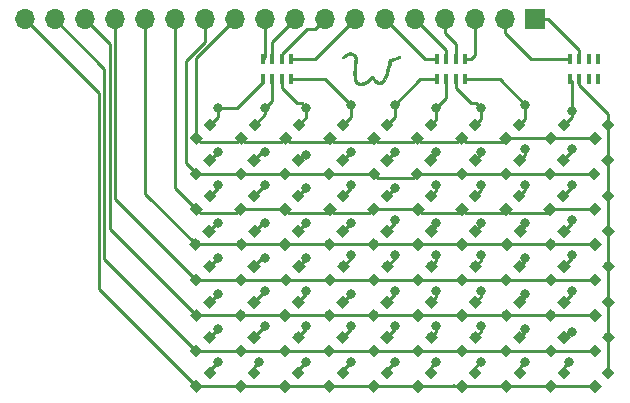
<source format=gbr>
G04 #@! TF.GenerationSoftware,KiCad,Pcbnew,5.1.0*
G04 #@! TF.CreationDate,2019-04-23T22:24:47-05:00*
G04 #@! TF.ProjectId,LedMatrix,4c65644d-6174-4726-9978-2e6b69636164,rev?*
G04 #@! TF.SameCoordinates,Original*
G04 #@! TF.FileFunction,Copper,L1,Top*
G04 #@! TF.FilePolarity,Positive*
%FSLAX46Y46*%
G04 Gerber Fmt 4.6, Leading zero omitted, Abs format (unit mm)*
G04 Created by KiCad (PCBNEW 5.1.0) date 2019-04-23 22:24:47*
%MOMM*%
%LPD*%
G04 APERTURE LIST*
%ADD10C,0.010000*%
%ADD11R,1.700000X1.700000*%
%ADD12O,1.700000X1.700000*%
%ADD13R,0.400000X0.900000*%
%ADD14C,0.800000*%
%ADD15C,0.100000*%
%ADD16C,0.250000*%
G04 APERTURE END LIST*
D10*
G36*
X117119413Y-48579101D02*
G01*
X117302476Y-48671441D01*
X117438408Y-48805243D01*
X117445789Y-48816445D01*
X117484296Y-48886560D01*
X117505787Y-48961161D01*
X117512260Y-49061906D01*
X117505713Y-49210454D01*
X117494912Y-49349000D01*
X117481318Y-49557176D01*
X117470127Y-49815106D01*
X117462606Y-50087886D01*
X117460038Y-50309064D01*
X117460779Y-50541042D01*
X117465613Y-50705025D01*
X117476695Y-50817664D01*
X117496180Y-50895610D01*
X117526225Y-50955512D01*
X117547732Y-50986397D01*
X117633602Y-51071274D01*
X117747178Y-51111004D01*
X117820016Y-51119227D01*
X118067890Y-51100096D01*
X118295719Y-51002890D01*
X118509344Y-50824818D01*
X118564224Y-50763825D01*
X118668892Y-50650241D01*
X118759066Y-50568178D01*
X118816141Y-50534453D01*
X118818112Y-50534334D01*
X118873755Y-50567452D01*
X118947182Y-50651096D01*
X118979505Y-50698393D01*
X119126869Y-50889127D01*
X119276913Y-51003226D01*
X119424284Y-51039020D01*
X119563631Y-50994837D01*
X119657971Y-50910223D01*
X119738653Y-50801415D01*
X119808934Y-50673458D01*
X119876082Y-50509221D01*
X119947364Y-50291574D01*
X120005985Y-50089834D01*
X120065450Y-49879010D01*
X120127683Y-49659557D01*
X120181333Y-49471471D01*
X120192246Y-49433442D01*
X120271416Y-49158050D01*
X120699565Y-48994582D01*
X120917567Y-48915972D01*
X121065998Y-48873703D01*
X121151001Y-48866227D01*
X121172145Y-48875545D01*
X121202677Y-48934474D01*
X121169740Y-48994145D01*
X121067286Y-49059634D01*
X120889270Y-49136021D01*
X120839887Y-49154600D01*
X120680263Y-49216840D01*
X120549296Y-49273866D01*
X120469270Y-49315783D01*
X120458527Y-49323933D01*
X120430315Y-49380037D01*
X120386526Y-49501746D01*
X120332553Y-49672637D01*
X120273790Y-49876288D01*
X120257251Y-49936804D01*
X120146737Y-50318610D01*
X120040651Y-50623568D01*
X119934846Y-50859062D01*
X119825173Y-51032475D01*
X119707485Y-51151190D01*
X119577635Y-51222591D01*
X119526069Y-51238398D01*
X119352379Y-51241191D01*
X119168574Y-51174646D01*
X118996259Y-51047924D01*
X118942569Y-50990944D01*
X118791511Y-50814467D01*
X118621542Y-50991355D01*
X118437034Y-51157866D01*
X118253712Y-51260737D01*
X118040918Y-51314778D01*
X117926413Y-51327186D01*
X117768971Y-51333485D01*
X117659906Y-51317957D01*
X117564244Y-51273620D01*
X117522334Y-51246552D01*
X117394087Y-51118677D01*
X117302698Y-50931493D01*
X117247655Y-50681317D01*
X117228449Y-50364461D01*
X117244569Y-49977242D01*
X117289182Y-49563076D01*
X117317945Y-49311873D01*
X117325189Y-49128459D01*
X117307137Y-48997833D01*
X117260009Y-48904997D01*
X117180027Y-48834951D01*
X117093702Y-48787122D01*
X116948658Y-48742101D01*
X116810297Y-48760585D01*
X116662541Y-48847350D01*
X116546579Y-48949650D01*
X116451116Y-49035110D01*
X116388509Y-49065811D01*
X116336292Y-49051090D01*
X116323527Y-49042361D01*
X116276073Y-48997661D01*
X116282352Y-48948669D01*
X116320525Y-48889482D01*
X116429960Y-48776072D01*
X116582501Y-48669287D01*
X116747405Y-48586782D01*
X116893928Y-48546212D01*
X116920974Y-48544667D01*
X117119413Y-48579101D01*
X117119413Y-48579101D01*
G37*
X117119413Y-48579101D02*
X117302476Y-48671441D01*
X117438408Y-48805243D01*
X117445789Y-48816445D01*
X117484296Y-48886560D01*
X117505787Y-48961161D01*
X117512260Y-49061906D01*
X117505713Y-49210454D01*
X117494912Y-49349000D01*
X117481318Y-49557176D01*
X117470127Y-49815106D01*
X117462606Y-50087886D01*
X117460038Y-50309064D01*
X117460779Y-50541042D01*
X117465613Y-50705025D01*
X117476695Y-50817664D01*
X117496180Y-50895610D01*
X117526225Y-50955512D01*
X117547732Y-50986397D01*
X117633602Y-51071274D01*
X117747178Y-51111004D01*
X117820016Y-51119227D01*
X118067890Y-51100096D01*
X118295719Y-51002890D01*
X118509344Y-50824818D01*
X118564224Y-50763825D01*
X118668892Y-50650241D01*
X118759066Y-50568178D01*
X118816141Y-50534453D01*
X118818112Y-50534334D01*
X118873755Y-50567452D01*
X118947182Y-50651096D01*
X118979505Y-50698393D01*
X119126869Y-50889127D01*
X119276913Y-51003226D01*
X119424284Y-51039020D01*
X119563631Y-50994837D01*
X119657971Y-50910223D01*
X119738653Y-50801415D01*
X119808934Y-50673458D01*
X119876082Y-50509221D01*
X119947364Y-50291574D01*
X120005985Y-50089834D01*
X120065450Y-49879010D01*
X120127683Y-49659557D01*
X120181333Y-49471471D01*
X120192246Y-49433442D01*
X120271416Y-49158050D01*
X120699565Y-48994582D01*
X120917567Y-48915972D01*
X121065998Y-48873703D01*
X121151001Y-48866227D01*
X121172145Y-48875545D01*
X121202677Y-48934474D01*
X121169740Y-48994145D01*
X121067286Y-49059634D01*
X120889270Y-49136021D01*
X120839887Y-49154600D01*
X120680263Y-49216840D01*
X120549296Y-49273866D01*
X120469270Y-49315783D01*
X120458527Y-49323933D01*
X120430315Y-49380037D01*
X120386526Y-49501746D01*
X120332553Y-49672637D01*
X120273790Y-49876288D01*
X120257251Y-49936804D01*
X120146737Y-50318610D01*
X120040651Y-50623568D01*
X119934846Y-50859062D01*
X119825173Y-51032475D01*
X119707485Y-51151190D01*
X119577635Y-51222591D01*
X119526069Y-51238398D01*
X119352379Y-51241191D01*
X119168574Y-51174646D01*
X118996259Y-51047924D01*
X118942569Y-50990944D01*
X118791511Y-50814467D01*
X118621542Y-50991355D01*
X118437034Y-51157866D01*
X118253712Y-51260737D01*
X118040918Y-51314778D01*
X117926413Y-51327186D01*
X117768971Y-51333485D01*
X117659906Y-51317957D01*
X117564244Y-51273620D01*
X117522334Y-51246552D01*
X117394087Y-51118677D01*
X117302698Y-50931493D01*
X117247655Y-50681317D01*
X117228449Y-50364461D01*
X117244569Y-49977242D01*
X117289182Y-49563076D01*
X117317945Y-49311873D01*
X117325189Y-49128459D01*
X117307137Y-48997833D01*
X117260009Y-48904997D01*
X117180027Y-48834951D01*
X117093702Y-48787122D01*
X116948658Y-48742101D01*
X116810297Y-48760585D01*
X116662541Y-48847350D01*
X116546579Y-48949650D01*
X116451116Y-49035110D01*
X116388509Y-49065811D01*
X116336292Y-49051090D01*
X116323527Y-49042361D01*
X116276073Y-48997661D01*
X116282352Y-48948669D01*
X116320525Y-48889482D01*
X116429960Y-48776072D01*
X116582501Y-48669287D01*
X116747405Y-48586782D01*
X116893928Y-48546212D01*
X116920974Y-48544667D01*
X117119413Y-48579101D01*
D11*
X132610000Y-45750000D03*
D12*
X130070000Y-45750000D03*
X127530000Y-45750000D03*
X124990000Y-45750000D03*
X122450000Y-45750000D03*
X119910000Y-45750000D03*
X117370000Y-45750000D03*
X114830000Y-45750000D03*
X112290000Y-45750000D03*
X109750000Y-45750000D03*
X107210000Y-45750000D03*
X104670000Y-45750000D03*
X102130000Y-45750000D03*
X99590000Y-45750000D03*
X97050000Y-45750000D03*
X94510000Y-45750000D03*
X91970000Y-45750000D03*
X89430000Y-45750000D03*
D13*
X136350000Y-50850000D03*
X137150000Y-50850000D03*
X135550000Y-50850000D03*
X137950000Y-50850000D03*
X135550000Y-49150000D03*
X136350000Y-49150000D03*
X137150000Y-49150000D03*
X137950000Y-49150000D03*
X110350000Y-50850000D03*
X111150000Y-50850000D03*
X109550000Y-50850000D03*
X111950000Y-50850000D03*
X109550000Y-49150000D03*
X110350000Y-49150000D03*
X111150000Y-49150000D03*
X111950000Y-49150000D03*
X126700000Y-49150000D03*
X125900000Y-49150000D03*
X125100000Y-49150000D03*
X124300000Y-49150000D03*
X126700000Y-50850000D03*
X124300000Y-50850000D03*
X125900000Y-50850000D03*
X125100000Y-50850000D03*
D14*
X103934315Y-55815685D03*
D15*
G36*
X103934315Y-55250000D02*
G01*
X104500000Y-55815685D01*
X103934315Y-56381370D01*
X103368630Y-55815685D01*
X103934315Y-55250000D01*
X103934315Y-55250000D01*
G37*
D14*
X105065685Y-54684315D03*
D15*
G36*
X105065685Y-54118630D02*
G01*
X105631370Y-54684315D01*
X105065685Y-55250000D01*
X104500000Y-54684315D01*
X105065685Y-54118630D01*
X105065685Y-54118630D01*
G37*
D14*
X108865685Y-54684315D03*
D15*
G36*
X108865685Y-54118630D02*
G01*
X109431370Y-54684315D01*
X108865685Y-55250000D01*
X108300000Y-54684315D01*
X108865685Y-54118630D01*
X108865685Y-54118630D01*
G37*
D14*
X107734315Y-55815685D03*
D15*
G36*
X107734315Y-55250000D02*
G01*
X108300000Y-55815685D01*
X107734315Y-56381370D01*
X107168630Y-55815685D01*
X107734315Y-55250000D01*
X107734315Y-55250000D01*
G37*
D14*
X111484315Y-55815685D03*
D15*
G36*
X111484315Y-55250000D02*
G01*
X112050000Y-55815685D01*
X111484315Y-56381370D01*
X110918630Y-55815685D01*
X111484315Y-55250000D01*
X111484315Y-55250000D01*
G37*
D14*
X112615685Y-54684315D03*
D15*
G36*
X112615685Y-54118630D02*
G01*
X113181370Y-54684315D01*
X112615685Y-55250000D01*
X112050000Y-54684315D01*
X112615685Y-54118630D01*
X112615685Y-54118630D01*
G37*
D14*
X115234315Y-55815685D03*
D15*
G36*
X115234315Y-55250000D02*
G01*
X115800000Y-55815685D01*
X115234315Y-56381370D01*
X114668630Y-55815685D01*
X115234315Y-55250000D01*
X115234315Y-55250000D01*
G37*
D14*
X116365685Y-54684315D03*
D15*
G36*
X116365685Y-54118630D02*
G01*
X116931370Y-54684315D01*
X116365685Y-55250000D01*
X115800000Y-54684315D01*
X116365685Y-54118630D01*
X116365685Y-54118630D01*
G37*
D14*
X118984315Y-55815685D03*
D15*
G36*
X118984315Y-55250000D02*
G01*
X119550000Y-55815685D01*
X118984315Y-56381370D01*
X118418630Y-55815685D01*
X118984315Y-55250000D01*
X118984315Y-55250000D01*
G37*
D14*
X120115685Y-54684315D03*
D15*
G36*
X120115685Y-54118630D02*
G01*
X120681370Y-54684315D01*
X120115685Y-55250000D01*
X119550000Y-54684315D01*
X120115685Y-54118630D01*
X120115685Y-54118630D01*
G37*
D14*
X122634315Y-55815685D03*
D15*
G36*
X122634315Y-55250000D02*
G01*
X123200000Y-55815685D01*
X122634315Y-56381370D01*
X122068630Y-55815685D01*
X122634315Y-55250000D01*
X122634315Y-55250000D01*
G37*
D14*
X123765685Y-54684315D03*
D15*
G36*
X123765685Y-54118630D02*
G01*
X124331370Y-54684315D01*
X123765685Y-55250000D01*
X123200000Y-54684315D01*
X123765685Y-54118630D01*
X123765685Y-54118630D01*
G37*
D14*
X126384315Y-55815685D03*
D15*
G36*
X126384315Y-55250000D02*
G01*
X126950000Y-55815685D01*
X126384315Y-56381370D01*
X125818630Y-55815685D01*
X126384315Y-55250000D01*
X126384315Y-55250000D01*
G37*
D14*
X127515685Y-54684315D03*
D15*
G36*
X127515685Y-54118630D02*
G01*
X128081370Y-54684315D01*
X127515685Y-55250000D01*
X126950000Y-54684315D01*
X127515685Y-54118630D01*
X127515685Y-54118630D01*
G37*
D14*
X130134315Y-55815685D03*
D15*
G36*
X130134315Y-55250000D02*
G01*
X130700000Y-55815685D01*
X130134315Y-56381370D01*
X129568630Y-55815685D01*
X130134315Y-55250000D01*
X130134315Y-55250000D01*
G37*
D14*
X131265685Y-54684315D03*
D15*
G36*
X131265685Y-54118630D02*
G01*
X131831370Y-54684315D01*
X131265685Y-55250000D01*
X130700000Y-54684315D01*
X131265685Y-54118630D01*
X131265685Y-54118630D01*
G37*
D14*
X133934315Y-55815685D03*
D15*
G36*
X133934315Y-55250000D02*
G01*
X134500000Y-55815685D01*
X133934315Y-56381370D01*
X133368630Y-55815685D01*
X133934315Y-55250000D01*
X133934315Y-55250000D01*
G37*
D14*
X135065685Y-54684315D03*
D15*
G36*
X135065685Y-54118630D02*
G01*
X135631370Y-54684315D01*
X135065685Y-55250000D01*
X134500000Y-54684315D01*
X135065685Y-54118630D01*
X135065685Y-54118630D01*
G37*
D14*
X137684315Y-55815685D03*
D15*
G36*
X137684315Y-55250000D02*
G01*
X138250000Y-55815685D01*
X137684315Y-56381370D01*
X137118630Y-55815685D01*
X137684315Y-55250000D01*
X137684315Y-55250000D01*
G37*
D14*
X138815685Y-54684315D03*
D15*
G36*
X138815685Y-54118630D02*
G01*
X139381370Y-54684315D01*
X138815685Y-55250000D01*
X138250000Y-54684315D01*
X138815685Y-54118630D01*
X138815685Y-54118630D01*
G37*
D14*
X105065685Y-57684315D03*
D15*
G36*
X105065685Y-57118630D02*
G01*
X105631370Y-57684315D01*
X105065685Y-58250000D01*
X104500000Y-57684315D01*
X105065685Y-57118630D01*
X105065685Y-57118630D01*
G37*
D14*
X103934315Y-58815685D03*
D15*
G36*
X103934315Y-58250000D02*
G01*
X104500000Y-58815685D01*
X103934315Y-59381370D01*
X103368630Y-58815685D01*
X103934315Y-58250000D01*
X103934315Y-58250000D01*
G37*
D14*
X108815685Y-57684315D03*
D15*
G36*
X108815685Y-57118630D02*
G01*
X109381370Y-57684315D01*
X108815685Y-58250000D01*
X108250000Y-57684315D01*
X108815685Y-57118630D01*
X108815685Y-57118630D01*
G37*
D14*
X107684315Y-58815685D03*
D15*
G36*
X107684315Y-58250000D02*
G01*
X108250000Y-58815685D01*
X107684315Y-59381370D01*
X107118630Y-58815685D01*
X107684315Y-58250000D01*
X107684315Y-58250000D01*
G37*
D14*
X112565685Y-57684315D03*
D15*
G36*
X112565685Y-57118630D02*
G01*
X113131370Y-57684315D01*
X112565685Y-58250000D01*
X112000000Y-57684315D01*
X112565685Y-57118630D01*
X112565685Y-57118630D01*
G37*
D14*
X111434315Y-58815685D03*
D15*
G36*
X111434315Y-58250000D02*
G01*
X112000000Y-58815685D01*
X111434315Y-59381370D01*
X110868630Y-58815685D01*
X111434315Y-58250000D01*
X111434315Y-58250000D01*
G37*
D14*
X116315685Y-57684315D03*
D15*
G36*
X116315685Y-57118630D02*
G01*
X116881370Y-57684315D01*
X116315685Y-58250000D01*
X115750000Y-57684315D01*
X116315685Y-57118630D01*
X116315685Y-57118630D01*
G37*
D14*
X115184315Y-58815685D03*
D15*
G36*
X115184315Y-58250000D02*
G01*
X115750000Y-58815685D01*
X115184315Y-59381370D01*
X114618630Y-58815685D01*
X115184315Y-58250000D01*
X115184315Y-58250000D01*
G37*
D14*
X120065685Y-57684315D03*
D15*
G36*
X120065685Y-57118630D02*
G01*
X120631370Y-57684315D01*
X120065685Y-58250000D01*
X119500000Y-57684315D01*
X120065685Y-57118630D01*
X120065685Y-57118630D01*
G37*
D14*
X118934315Y-58815685D03*
D15*
G36*
X118934315Y-58250000D02*
G01*
X119500000Y-58815685D01*
X118934315Y-59381370D01*
X118368630Y-58815685D01*
X118934315Y-58250000D01*
X118934315Y-58250000D01*
G37*
D14*
X123765685Y-57684315D03*
D15*
G36*
X123765685Y-57118630D02*
G01*
X124331370Y-57684315D01*
X123765685Y-58250000D01*
X123200000Y-57684315D01*
X123765685Y-57118630D01*
X123765685Y-57118630D01*
G37*
D14*
X122634315Y-58815685D03*
D15*
G36*
X122634315Y-58250000D02*
G01*
X123200000Y-58815685D01*
X122634315Y-59381370D01*
X122068630Y-58815685D01*
X122634315Y-58250000D01*
X122634315Y-58250000D01*
G37*
D14*
X127565685Y-57684315D03*
D15*
G36*
X127565685Y-57118630D02*
G01*
X128131370Y-57684315D01*
X127565685Y-58250000D01*
X127000000Y-57684315D01*
X127565685Y-57118630D01*
X127565685Y-57118630D01*
G37*
D14*
X126434315Y-58815685D03*
D15*
G36*
X126434315Y-58250000D02*
G01*
X127000000Y-58815685D01*
X126434315Y-59381370D01*
X125868630Y-58815685D01*
X126434315Y-58250000D01*
X126434315Y-58250000D01*
G37*
D14*
X131315685Y-57684315D03*
D15*
G36*
X131315685Y-57118630D02*
G01*
X131881370Y-57684315D01*
X131315685Y-58250000D01*
X130750000Y-57684315D01*
X131315685Y-57118630D01*
X131315685Y-57118630D01*
G37*
D14*
X130184315Y-58815685D03*
D15*
G36*
X130184315Y-58250000D02*
G01*
X130750000Y-58815685D01*
X130184315Y-59381370D01*
X129618630Y-58815685D01*
X130184315Y-58250000D01*
X130184315Y-58250000D01*
G37*
D14*
X135015685Y-57684315D03*
D15*
G36*
X135015685Y-57118630D02*
G01*
X135581370Y-57684315D01*
X135015685Y-58250000D01*
X134450000Y-57684315D01*
X135015685Y-57118630D01*
X135015685Y-57118630D01*
G37*
D14*
X133884315Y-58815685D03*
D15*
G36*
X133884315Y-58250000D02*
G01*
X134450000Y-58815685D01*
X133884315Y-59381370D01*
X133318630Y-58815685D01*
X133884315Y-58250000D01*
X133884315Y-58250000D01*
G37*
D14*
X138765685Y-57684315D03*
D15*
G36*
X138765685Y-57118630D02*
G01*
X139331370Y-57684315D01*
X138765685Y-58250000D01*
X138200000Y-57684315D01*
X138765685Y-57118630D01*
X138765685Y-57118630D01*
G37*
D14*
X137634315Y-58815685D03*
D15*
G36*
X137634315Y-58250000D02*
G01*
X138200000Y-58815685D01*
X137634315Y-59381370D01*
X137068630Y-58815685D01*
X137634315Y-58250000D01*
X137634315Y-58250000D01*
G37*
D14*
X105065685Y-60684315D03*
D15*
G36*
X105065685Y-60118630D02*
G01*
X105631370Y-60684315D01*
X105065685Y-61250000D01*
X104500000Y-60684315D01*
X105065685Y-60118630D01*
X105065685Y-60118630D01*
G37*
D14*
X103934315Y-61815685D03*
D15*
G36*
X103934315Y-61250000D02*
G01*
X104500000Y-61815685D01*
X103934315Y-62381370D01*
X103368630Y-61815685D01*
X103934315Y-61250000D01*
X103934315Y-61250000D01*
G37*
D14*
X107684315Y-61815685D03*
D15*
G36*
X107684315Y-61250000D02*
G01*
X108250000Y-61815685D01*
X107684315Y-62381370D01*
X107118630Y-61815685D01*
X107684315Y-61250000D01*
X107684315Y-61250000D01*
G37*
D14*
X108815685Y-60684315D03*
D15*
G36*
X108815685Y-60118630D02*
G01*
X109381370Y-60684315D01*
X108815685Y-61250000D01*
X108250000Y-60684315D01*
X108815685Y-60118630D01*
X108815685Y-60118630D01*
G37*
D14*
X111434315Y-61815685D03*
D15*
G36*
X111434315Y-61250000D02*
G01*
X112000000Y-61815685D01*
X111434315Y-62381370D01*
X110868630Y-61815685D01*
X111434315Y-61250000D01*
X111434315Y-61250000D01*
G37*
D14*
X112565685Y-60684315D03*
D15*
G36*
X112565685Y-60118630D02*
G01*
X113131370Y-60684315D01*
X112565685Y-61250000D01*
X112000000Y-60684315D01*
X112565685Y-60118630D01*
X112565685Y-60118630D01*
G37*
D14*
X115234315Y-61815685D03*
D15*
G36*
X115234315Y-61250000D02*
G01*
X115800000Y-61815685D01*
X115234315Y-62381370D01*
X114668630Y-61815685D01*
X115234315Y-61250000D01*
X115234315Y-61250000D01*
G37*
D14*
X116365685Y-60684315D03*
D15*
G36*
X116365685Y-60118630D02*
G01*
X116931370Y-60684315D01*
X116365685Y-61250000D01*
X115800000Y-60684315D01*
X116365685Y-60118630D01*
X116365685Y-60118630D01*
G37*
D14*
X120065685Y-60684315D03*
D15*
G36*
X120065685Y-60118630D02*
G01*
X120631370Y-60684315D01*
X120065685Y-61250000D01*
X119500000Y-60684315D01*
X120065685Y-60118630D01*
X120065685Y-60118630D01*
G37*
D14*
X118934315Y-61815685D03*
D15*
G36*
X118934315Y-61250000D02*
G01*
X119500000Y-61815685D01*
X118934315Y-62381370D01*
X118368630Y-61815685D01*
X118934315Y-61250000D01*
X118934315Y-61250000D01*
G37*
D14*
X122684315Y-61815685D03*
D15*
G36*
X122684315Y-61250000D02*
G01*
X123250000Y-61815685D01*
X122684315Y-62381370D01*
X122118630Y-61815685D01*
X122684315Y-61250000D01*
X122684315Y-61250000D01*
G37*
D14*
X123815685Y-60684315D03*
D15*
G36*
X123815685Y-60118630D02*
G01*
X124381370Y-60684315D01*
X123815685Y-61250000D01*
X123250000Y-60684315D01*
X123815685Y-60118630D01*
X123815685Y-60118630D01*
G37*
D14*
X126434315Y-61815685D03*
D15*
G36*
X126434315Y-61250000D02*
G01*
X127000000Y-61815685D01*
X126434315Y-62381370D01*
X125868630Y-61815685D01*
X126434315Y-61250000D01*
X126434315Y-61250000D01*
G37*
D14*
X127565685Y-60684315D03*
D15*
G36*
X127565685Y-60118630D02*
G01*
X128131370Y-60684315D01*
X127565685Y-61250000D01*
X127000000Y-60684315D01*
X127565685Y-60118630D01*
X127565685Y-60118630D01*
G37*
D14*
X130134315Y-61815685D03*
D15*
G36*
X130134315Y-61250000D02*
G01*
X130700000Y-61815685D01*
X130134315Y-62381370D01*
X129568630Y-61815685D01*
X130134315Y-61250000D01*
X130134315Y-61250000D01*
G37*
D14*
X131265685Y-60684315D03*
D15*
G36*
X131265685Y-60118630D02*
G01*
X131831370Y-60684315D01*
X131265685Y-61250000D01*
X130700000Y-60684315D01*
X131265685Y-60118630D01*
X131265685Y-60118630D01*
G37*
D14*
X133884315Y-61815685D03*
D15*
G36*
X133884315Y-61250000D02*
G01*
X134450000Y-61815685D01*
X133884315Y-62381370D01*
X133318630Y-61815685D01*
X133884315Y-61250000D01*
X133884315Y-61250000D01*
G37*
D14*
X135015685Y-60684315D03*
D15*
G36*
X135015685Y-60118630D02*
G01*
X135581370Y-60684315D01*
X135015685Y-61250000D01*
X134450000Y-60684315D01*
X135015685Y-60118630D01*
X135015685Y-60118630D01*
G37*
D14*
X137659315Y-61815685D03*
D15*
G36*
X137659315Y-61250000D02*
G01*
X138225000Y-61815685D01*
X137659315Y-62381370D01*
X137093630Y-61815685D01*
X137659315Y-61250000D01*
X137659315Y-61250000D01*
G37*
D14*
X138790685Y-60684315D03*
D15*
G36*
X138790685Y-60118630D02*
G01*
X139356370Y-60684315D01*
X138790685Y-61250000D01*
X138225000Y-60684315D01*
X138790685Y-60118630D01*
X138790685Y-60118630D01*
G37*
D14*
X105015685Y-63684315D03*
D15*
G36*
X105015685Y-63118630D02*
G01*
X105581370Y-63684315D01*
X105015685Y-64250000D01*
X104450000Y-63684315D01*
X105015685Y-63118630D01*
X105015685Y-63118630D01*
G37*
D14*
X103884315Y-64815685D03*
D15*
G36*
X103884315Y-64250000D02*
G01*
X104450000Y-64815685D01*
X103884315Y-65381370D01*
X103318630Y-64815685D01*
X103884315Y-64250000D01*
X103884315Y-64250000D01*
G37*
D14*
X108865685Y-63684315D03*
D15*
G36*
X108865685Y-63118630D02*
G01*
X109431370Y-63684315D01*
X108865685Y-64250000D01*
X108300000Y-63684315D01*
X108865685Y-63118630D01*
X108865685Y-63118630D01*
G37*
D14*
X107734315Y-64815685D03*
D15*
G36*
X107734315Y-64250000D02*
G01*
X108300000Y-64815685D01*
X107734315Y-65381370D01*
X107168630Y-64815685D01*
X107734315Y-64250000D01*
X107734315Y-64250000D01*
G37*
D14*
X112565685Y-63684315D03*
D15*
G36*
X112565685Y-63118630D02*
G01*
X113131370Y-63684315D01*
X112565685Y-64250000D01*
X112000000Y-63684315D01*
X112565685Y-63118630D01*
X112565685Y-63118630D01*
G37*
D14*
X111434315Y-64815685D03*
D15*
G36*
X111434315Y-64250000D02*
G01*
X112000000Y-64815685D01*
X111434315Y-65381370D01*
X110868630Y-64815685D01*
X111434315Y-64250000D01*
X111434315Y-64250000D01*
G37*
D14*
X116315685Y-63684315D03*
D15*
G36*
X116315685Y-63118630D02*
G01*
X116881370Y-63684315D01*
X116315685Y-64250000D01*
X115750000Y-63684315D01*
X116315685Y-63118630D01*
X116315685Y-63118630D01*
G37*
D14*
X115184315Y-64815685D03*
D15*
G36*
X115184315Y-64250000D02*
G01*
X115750000Y-64815685D01*
X115184315Y-65381370D01*
X114618630Y-64815685D01*
X115184315Y-64250000D01*
X115184315Y-64250000D01*
G37*
D14*
X118934315Y-64815685D03*
D15*
G36*
X118934315Y-64250000D02*
G01*
X119500000Y-64815685D01*
X118934315Y-65381370D01*
X118368630Y-64815685D01*
X118934315Y-64250000D01*
X118934315Y-64250000D01*
G37*
D14*
X120065685Y-63684315D03*
D15*
G36*
X120065685Y-63118630D02*
G01*
X120631370Y-63684315D01*
X120065685Y-64250000D01*
X119500000Y-63684315D01*
X120065685Y-63118630D01*
X120065685Y-63118630D01*
G37*
D14*
X123815685Y-63684315D03*
D15*
G36*
X123815685Y-63118630D02*
G01*
X124381370Y-63684315D01*
X123815685Y-64250000D01*
X123250000Y-63684315D01*
X123815685Y-63118630D01*
X123815685Y-63118630D01*
G37*
D14*
X122684315Y-64815685D03*
D15*
G36*
X122684315Y-64250000D02*
G01*
X123250000Y-64815685D01*
X122684315Y-65381370D01*
X122118630Y-64815685D01*
X122684315Y-64250000D01*
X122684315Y-64250000D01*
G37*
D14*
X127565685Y-63684315D03*
D15*
G36*
X127565685Y-63118630D02*
G01*
X128131370Y-63684315D01*
X127565685Y-64250000D01*
X127000000Y-63684315D01*
X127565685Y-63118630D01*
X127565685Y-63118630D01*
G37*
D14*
X126434315Y-64815685D03*
D15*
G36*
X126434315Y-64250000D02*
G01*
X127000000Y-64815685D01*
X126434315Y-65381370D01*
X125868630Y-64815685D01*
X126434315Y-64250000D01*
X126434315Y-64250000D01*
G37*
D14*
X131365685Y-63684315D03*
D15*
G36*
X131365685Y-63118630D02*
G01*
X131931370Y-63684315D01*
X131365685Y-64250000D01*
X130800000Y-63684315D01*
X131365685Y-63118630D01*
X131365685Y-63118630D01*
G37*
D14*
X130234315Y-64815685D03*
D15*
G36*
X130234315Y-64250000D02*
G01*
X130800000Y-64815685D01*
X130234315Y-65381370D01*
X129668630Y-64815685D01*
X130234315Y-64250000D01*
X130234315Y-64250000D01*
G37*
D14*
X135065685Y-63684315D03*
D15*
G36*
X135065685Y-63118630D02*
G01*
X135631370Y-63684315D01*
X135065685Y-64250000D01*
X134500000Y-63684315D01*
X135065685Y-63118630D01*
X135065685Y-63118630D01*
G37*
D14*
X133934315Y-64815685D03*
D15*
G36*
X133934315Y-64250000D02*
G01*
X134500000Y-64815685D01*
X133934315Y-65381370D01*
X133368630Y-64815685D01*
X133934315Y-64250000D01*
X133934315Y-64250000D01*
G37*
D14*
X138815685Y-63684315D03*
D15*
G36*
X138815685Y-63118630D02*
G01*
X139381370Y-63684315D01*
X138815685Y-64250000D01*
X138250000Y-63684315D01*
X138815685Y-63118630D01*
X138815685Y-63118630D01*
G37*
D14*
X137684315Y-64815685D03*
D15*
G36*
X137684315Y-64250000D02*
G01*
X138250000Y-64815685D01*
X137684315Y-65381370D01*
X137118630Y-64815685D01*
X137684315Y-64250000D01*
X137684315Y-64250000D01*
G37*
D14*
X103934315Y-67815685D03*
D15*
G36*
X103934315Y-67250000D02*
G01*
X104500000Y-67815685D01*
X103934315Y-68381370D01*
X103368630Y-67815685D01*
X103934315Y-67250000D01*
X103934315Y-67250000D01*
G37*
D14*
X105065685Y-66684315D03*
D15*
G36*
X105065685Y-66118630D02*
G01*
X105631370Y-66684315D01*
X105065685Y-67250000D01*
X104500000Y-66684315D01*
X105065685Y-66118630D01*
X105065685Y-66118630D01*
G37*
D14*
X107684315Y-67815685D03*
D15*
G36*
X107684315Y-67250000D02*
G01*
X108250000Y-67815685D01*
X107684315Y-68381370D01*
X107118630Y-67815685D01*
X107684315Y-67250000D01*
X107684315Y-67250000D01*
G37*
D14*
X108815685Y-66684315D03*
D15*
G36*
X108815685Y-66118630D02*
G01*
X109381370Y-66684315D01*
X108815685Y-67250000D01*
X108250000Y-66684315D01*
X108815685Y-66118630D01*
X108815685Y-66118630D01*
G37*
D14*
X111484315Y-67815685D03*
D15*
G36*
X111484315Y-67250000D02*
G01*
X112050000Y-67815685D01*
X111484315Y-68381370D01*
X110918630Y-67815685D01*
X111484315Y-67250000D01*
X111484315Y-67250000D01*
G37*
D14*
X112615685Y-66684315D03*
D15*
G36*
X112615685Y-66118630D02*
G01*
X113181370Y-66684315D01*
X112615685Y-67250000D01*
X112050000Y-66684315D01*
X112615685Y-66118630D01*
X112615685Y-66118630D01*
G37*
D14*
X115234315Y-67815685D03*
D15*
G36*
X115234315Y-67250000D02*
G01*
X115800000Y-67815685D01*
X115234315Y-68381370D01*
X114668630Y-67815685D01*
X115234315Y-67250000D01*
X115234315Y-67250000D01*
G37*
D14*
X116365685Y-66684315D03*
D15*
G36*
X116365685Y-66118630D02*
G01*
X116931370Y-66684315D01*
X116365685Y-67250000D01*
X115800000Y-66684315D01*
X116365685Y-66118630D01*
X116365685Y-66118630D01*
G37*
D14*
X118984315Y-67815685D03*
D15*
G36*
X118984315Y-67250000D02*
G01*
X119550000Y-67815685D01*
X118984315Y-68381370D01*
X118418630Y-67815685D01*
X118984315Y-67250000D01*
X118984315Y-67250000D01*
G37*
D14*
X120115685Y-66684315D03*
D15*
G36*
X120115685Y-66118630D02*
G01*
X120681370Y-66684315D01*
X120115685Y-67250000D01*
X119550000Y-66684315D01*
X120115685Y-66118630D01*
X120115685Y-66118630D01*
G37*
D14*
X122684315Y-67815685D03*
D15*
G36*
X122684315Y-67250000D02*
G01*
X123250000Y-67815685D01*
X122684315Y-68381370D01*
X122118630Y-67815685D01*
X122684315Y-67250000D01*
X122684315Y-67250000D01*
G37*
D14*
X123815685Y-66684315D03*
D15*
G36*
X123815685Y-66118630D02*
G01*
X124381370Y-66684315D01*
X123815685Y-67250000D01*
X123250000Y-66684315D01*
X123815685Y-66118630D01*
X123815685Y-66118630D01*
G37*
D14*
X127565685Y-66684315D03*
D15*
G36*
X127565685Y-66118630D02*
G01*
X128131370Y-66684315D01*
X127565685Y-67250000D01*
X127000000Y-66684315D01*
X127565685Y-66118630D01*
X127565685Y-66118630D01*
G37*
D14*
X126434315Y-67815685D03*
D15*
G36*
X126434315Y-67250000D02*
G01*
X127000000Y-67815685D01*
X126434315Y-68381370D01*
X125868630Y-67815685D01*
X126434315Y-67250000D01*
X126434315Y-67250000D01*
G37*
D14*
X130184315Y-67815685D03*
D15*
G36*
X130184315Y-67250000D02*
G01*
X130750000Y-67815685D01*
X130184315Y-68381370D01*
X129618630Y-67815685D01*
X130184315Y-67250000D01*
X130184315Y-67250000D01*
G37*
D14*
X131315685Y-66684315D03*
D15*
G36*
X131315685Y-66118630D02*
G01*
X131881370Y-66684315D01*
X131315685Y-67250000D01*
X130750000Y-66684315D01*
X131315685Y-66118630D01*
X131315685Y-66118630D01*
G37*
D14*
X133934315Y-67815685D03*
D15*
G36*
X133934315Y-67250000D02*
G01*
X134500000Y-67815685D01*
X133934315Y-68381370D01*
X133368630Y-67815685D01*
X133934315Y-67250000D01*
X133934315Y-67250000D01*
G37*
D14*
X135065685Y-66684315D03*
D15*
G36*
X135065685Y-66118630D02*
G01*
X135631370Y-66684315D01*
X135065685Y-67250000D01*
X134500000Y-66684315D01*
X135065685Y-66118630D01*
X135065685Y-66118630D01*
G37*
D14*
X137684315Y-67815685D03*
D15*
G36*
X137684315Y-67250000D02*
G01*
X138250000Y-67815685D01*
X137684315Y-68381370D01*
X137118630Y-67815685D01*
X137684315Y-67250000D01*
X137684315Y-67250000D01*
G37*
D14*
X138815685Y-66684315D03*
D15*
G36*
X138815685Y-66118630D02*
G01*
X139381370Y-66684315D01*
X138815685Y-67250000D01*
X138250000Y-66684315D01*
X138815685Y-66118630D01*
X138815685Y-66118630D01*
G37*
D14*
X105065685Y-69684315D03*
D15*
G36*
X105065685Y-69118630D02*
G01*
X105631370Y-69684315D01*
X105065685Y-70250000D01*
X104500000Y-69684315D01*
X105065685Y-69118630D01*
X105065685Y-69118630D01*
G37*
D14*
X103934315Y-70815685D03*
D15*
G36*
X103934315Y-70250000D02*
G01*
X104500000Y-70815685D01*
X103934315Y-71381370D01*
X103368630Y-70815685D01*
X103934315Y-70250000D01*
X103934315Y-70250000D01*
G37*
D14*
X108815685Y-69684315D03*
D15*
G36*
X108815685Y-69118630D02*
G01*
X109381370Y-69684315D01*
X108815685Y-70250000D01*
X108250000Y-69684315D01*
X108815685Y-69118630D01*
X108815685Y-69118630D01*
G37*
D14*
X107684315Y-70815685D03*
D15*
G36*
X107684315Y-70250000D02*
G01*
X108250000Y-70815685D01*
X107684315Y-71381370D01*
X107118630Y-70815685D01*
X107684315Y-70250000D01*
X107684315Y-70250000D01*
G37*
D14*
X112565685Y-69684315D03*
D15*
G36*
X112565685Y-69118630D02*
G01*
X113131370Y-69684315D01*
X112565685Y-70250000D01*
X112000000Y-69684315D01*
X112565685Y-69118630D01*
X112565685Y-69118630D01*
G37*
D14*
X111434315Y-70815685D03*
D15*
G36*
X111434315Y-70250000D02*
G01*
X112000000Y-70815685D01*
X111434315Y-71381370D01*
X110868630Y-70815685D01*
X111434315Y-70250000D01*
X111434315Y-70250000D01*
G37*
D14*
X115184315Y-70815685D03*
D15*
G36*
X115184315Y-70250000D02*
G01*
X115750000Y-70815685D01*
X115184315Y-71381370D01*
X114618630Y-70815685D01*
X115184315Y-70250000D01*
X115184315Y-70250000D01*
G37*
D14*
X116315685Y-69684315D03*
D15*
G36*
X116315685Y-69118630D02*
G01*
X116881370Y-69684315D01*
X116315685Y-70250000D01*
X115750000Y-69684315D01*
X116315685Y-69118630D01*
X116315685Y-69118630D01*
G37*
D14*
X120065685Y-69684315D03*
D15*
G36*
X120065685Y-69118630D02*
G01*
X120631370Y-69684315D01*
X120065685Y-70250000D01*
X119500000Y-69684315D01*
X120065685Y-69118630D01*
X120065685Y-69118630D01*
G37*
D14*
X118934315Y-70815685D03*
D15*
G36*
X118934315Y-70250000D02*
G01*
X119500000Y-70815685D01*
X118934315Y-71381370D01*
X118368630Y-70815685D01*
X118934315Y-70250000D01*
X118934315Y-70250000D01*
G37*
D14*
X123815685Y-69684315D03*
D15*
G36*
X123815685Y-69118630D02*
G01*
X124381370Y-69684315D01*
X123815685Y-70250000D01*
X123250000Y-69684315D01*
X123815685Y-69118630D01*
X123815685Y-69118630D01*
G37*
D14*
X122684315Y-70815685D03*
D15*
G36*
X122684315Y-70250000D02*
G01*
X123250000Y-70815685D01*
X122684315Y-71381370D01*
X122118630Y-70815685D01*
X122684315Y-70250000D01*
X122684315Y-70250000D01*
G37*
D14*
X126434315Y-70815685D03*
D15*
G36*
X126434315Y-70250000D02*
G01*
X127000000Y-70815685D01*
X126434315Y-71381370D01*
X125868630Y-70815685D01*
X126434315Y-70250000D01*
X126434315Y-70250000D01*
G37*
D14*
X127565685Y-69684315D03*
D15*
G36*
X127565685Y-69118630D02*
G01*
X128131370Y-69684315D01*
X127565685Y-70250000D01*
X127000000Y-69684315D01*
X127565685Y-69118630D01*
X127565685Y-69118630D01*
G37*
D14*
X131315685Y-69684315D03*
D15*
G36*
X131315685Y-69118630D02*
G01*
X131881370Y-69684315D01*
X131315685Y-70250000D01*
X130750000Y-69684315D01*
X131315685Y-69118630D01*
X131315685Y-69118630D01*
G37*
D14*
X130184315Y-70815685D03*
D15*
G36*
X130184315Y-70250000D02*
G01*
X130750000Y-70815685D01*
X130184315Y-71381370D01*
X129618630Y-70815685D01*
X130184315Y-70250000D01*
X130184315Y-70250000D01*
G37*
D14*
X135065685Y-69684315D03*
D15*
G36*
X135065685Y-69118630D02*
G01*
X135631370Y-69684315D01*
X135065685Y-70250000D01*
X134500000Y-69684315D01*
X135065685Y-69118630D01*
X135065685Y-69118630D01*
G37*
D14*
X133934315Y-70815685D03*
D15*
G36*
X133934315Y-70250000D02*
G01*
X134500000Y-70815685D01*
X133934315Y-71381370D01*
X133368630Y-70815685D01*
X133934315Y-70250000D01*
X133934315Y-70250000D01*
G37*
D14*
X138815685Y-69684315D03*
D15*
G36*
X138815685Y-69118630D02*
G01*
X139381370Y-69684315D01*
X138815685Y-70250000D01*
X138250000Y-69684315D01*
X138815685Y-69118630D01*
X138815685Y-69118630D01*
G37*
D14*
X137684315Y-70815685D03*
D15*
G36*
X137684315Y-70250000D02*
G01*
X138250000Y-70815685D01*
X137684315Y-71381370D01*
X137118630Y-70815685D01*
X137684315Y-70250000D01*
X137684315Y-70250000D01*
G37*
D14*
X103934315Y-73815685D03*
D15*
G36*
X103934315Y-73250000D02*
G01*
X104500000Y-73815685D01*
X103934315Y-74381370D01*
X103368630Y-73815685D01*
X103934315Y-73250000D01*
X103934315Y-73250000D01*
G37*
D14*
X105065685Y-72684315D03*
D15*
G36*
X105065685Y-72118630D02*
G01*
X105631370Y-72684315D01*
X105065685Y-73250000D01*
X104500000Y-72684315D01*
X105065685Y-72118630D01*
X105065685Y-72118630D01*
G37*
D14*
X107684315Y-73815685D03*
D15*
G36*
X107684315Y-73250000D02*
G01*
X108250000Y-73815685D01*
X107684315Y-74381370D01*
X107118630Y-73815685D01*
X107684315Y-73250000D01*
X107684315Y-73250000D01*
G37*
D14*
X108815685Y-72684315D03*
D15*
G36*
X108815685Y-72118630D02*
G01*
X109381370Y-72684315D01*
X108815685Y-73250000D01*
X108250000Y-72684315D01*
X108815685Y-72118630D01*
X108815685Y-72118630D01*
G37*
D14*
X111434315Y-73815685D03*
D15*
G36*
X111434315Y-73250000D02*
G01*
X112000000Y-73815685D01*
X111434315Y-74381370D01*
X110868630Y-73815685D01*
X111434315Y-73250000D01*
X111434315Y-73250000D01*
G37*
D14*
X112565685Y-72684315D03*
D15*
G36*
X112565685Y-72118630D02*
G01*
X113131370Y-72684315D01*
X112565685Y-73250000D01*
X112000000Y-72684315D01*
X112565685Y-72118630D01*
X112565685Y-72118630D01*
G37*
D14*
X115184315Y-73815685D03*
D15*
G36*
X115184315Y-73250000D02*
G01*
X115750000Y-73815685D01*
X115184315Y-74381370D01*
X114618630Y-73815685D01*
X115184315Y-73250000D01*
X115184315Y-73250000D01*
G37*
D14*
X116315685Y-72684315D03*
D15*
G36*
X116315685Y-72118630D02*
G01*
X116881370Y-72684315D01*
X116315685Y-73250000D01*
X115750000Y-72684315D01*
X116315685Y-72118630D01*
X116315685Y-72118630D01*
G37*
D14*
X118934315Y-73815685D03*
D15*
G36*
X118934315Y-73250000D02*
G01*
X119500000Y-73815685D01*
X118934315Y-74381370D01*
X118368630Y-73815685D01*
X118934315Y-73250000D01*
X118934315Y-73250000D01*
G37*
D14*
X120065685Y-72684315D03*
D15*
G36*
X120065685Y-72118630D02*
G01*
X120631370Y-72684315D01*
X120065685Y-73250000D01*
X119500000Y-72684315D01*
X120065685Y-72118630D01*
X120065685Y-72118630D01*
G37*
D14*
X122684315Y-73815685D03*
D15*
G36*
X122684315Y-73250000D02*
G01*
X123250000Y-73815685D01*
X122684315Y-74381370D01*
X122118630Y-73815685D01*
X122684315Y-73250000D01*
X122684315Y-73250000D01*
G37*
D14*
X123815685Y-72684315D03*
D15*
G36*
X123815685Y-72118630D02*
G01*
X124381370Y-72684315D01*
X123815685Y-73250000D01*
X123250000Y-72684315D01*
X123815685Y-72118630D01*
X123815685Y-72118630D01*
G37*
D14*
X126434315Y-73815685D03*
D15*
G36*
X126434315Y-73250000D02*
G01*
X127000000Y-73815685D01*
X126434315Y-74381370D01*
X125868630Y-73815685D01*
X126434315Y-73250000D01*
X126434315Y-73250000D01*
G37*
D14*
X127565685Y-72684315D03*
D15*
G36*
X127565685Y-72118630D02*
G01*
X128131370Y-72684315D01*
X127565685Y-73250000D01*
X127000000Y-72684315D01*
X127565685Y-72118630D01*
X127565685Y-72118630D01*
G37*
D14*
X130184315Y-73815685D03*
D15*
G36*
X130184315Y-73250000D02*
G01*
X130750000Y-73815685D01*
X130184315Y-74381370D01*
X129618630Y-73815685D01*
X130184315Y-73250000D01*
X130184315Y-73250000D01*
G37*
D14*
X131315685Y-72684315D03*
D15*
G36*
X131315685Y-72118630D02*
G01*
X131881370Y-72684315D01*
X131315685Y-73250000D01*
X130750000Y-72684315D01*
X131315685Y-72118630D01*
X131315685Y-72118630D01*
G37*
D14*
X133934315Y-73815685D03*
D15*
G36*
X133934315Y-73250000D02*
G01*
X134500000Y-73815685D01*
X133934315Y-74381370D01*
X133368630Y-73815685D01*
X133934315Y-73250000D01*
X133934315Y-73250000D01*
G37*
D14*
X135065685Y-72684315D03*
D15*
G36*
X135065685Y-72118630D02*
G01*
X135631370Y-72684315D01*
X135065685Y-73250000D01*
X134500000Y-72684315D01*
X135065685Y-72118630D01*
X135065685Y-72118630D01*
G37*
D14*
X137684315Y-73815685D03*
D15*
G36*
X137684315Y-73250000D02*
G01*
X138250000Y-73815685D01*
X137684315Y-74381370D01*
X137118630Y-73815685D01*
X137684315Y-73250000D01*
X137684315Y-73250000D01*
G37*
D14*
X138815685Y-72684315D03*
D15*
G36*
X138815685Y-72118630D02*
G01*
X139381370Y-72684315D01*
X138815685Y-73250000D01*
X138250000Y-72684315D01*
X138815685Y-72118630D01*
X138815685Y-72118630D01*
G37*
D14*
X105065685Y-75684315D03*
D15*
G36*
X105065685Y-75118630D02*
G01*
X105631370Y-75684315D01*
X105065685Y-76250000D01*
X104500000Y-75684315D01*
X105065685Y-75118630D01*
X105065685Y-75118630D01*
G37*
D14*
X103934315Y-76815685D03*
D15*
G36*
X103934315Y-76250000D02*
G01*
X104500000Y-76815685D01*
X103934315Y-77381370D01*
X103368630Y-76815685D01*
X103934315Y-76250000D01*
X103934315Y-76250000D01*
G37*
D14*
X108815685Y-75684315D03*
D15*
G36*
X108815685Y-75118630D02*
G01*
X109381370Y-75684315D01*
X108815685Y-76250000D01*
X108250000Y-75684315D01*
X108815685Y-75118630D01*
X108815685Y-75118630D01*
G37*
D14*
X107684315Y-76815685D03*
D15*
G36*
X107684315Y-76250000D02*
G01*
X108250000Y-76815685D01*
X107684315Y-77381370D01*
X107118630Y-76815685D01*
X107684315Y-76250000D01*
X107684315Y-76250000D01*
G37*
D14*
X111434315Y-76815685D03*
D15*
G36*
X111434315Y-76250000D02*
G01*
X112000000Y-76815685D01*
X111434315Y-77381370D01*
X110868630Y-76815685D01*
X111434315Y-76250000D01*
X111434315Y-76250000D01*
G37*
D14*
X112565685Y-75684315D03*
D15*
G36*
X112565685Y-75118630D02*
G01*
X113131370Y-75684315D01*
X112565685Y-76250000D01*
X112000000Y-75684315D01*
X112565685Y-75118630D01*
X112565685Y-75118630D01*
G37*
D14*
X116315685Y-75684315D03*
D15*
G36*
X116315685Y-75118630D02*
G01*
X116881370Y-75684315D01*
X116315685Y-76250000D01*
X115750000Y-75684315D01*
X116315685Y-75118630D01*
X116315685Y-75118630D01*
G37*
D14*
X115184315Y-76815685D03*
D15*
G36*
X115184315Y-76250000D02*
G01*
X115750000Y-76815685D01*
X115184315Y-77381370D01*
X114618630Y-76815685D01*
X115184315Y-76250000D01*
X115184315Y-76250000D01*
G37*
D14*
X120065685Y-75684315D03*
D15*
G36*
X120065685Y-75118630D02*
G01*
X120631370Y-75684315D01*
X120065685Y-76250000D01*
X119500000Y-75684315D01*
X120065685Y-75118630D01*
X120065685Y-75118630D01*
G37*
D14*
X118934315Y-76815685D03*
D15*
G36*
X118934315Y-76250000D02*
G01*
X119500000Y-76815685D01*
X118934315Y-77381370D01*
X118368630Y-76815685D01*
X118934315Y-76250000D01*
X118934315Y-76250000D01*
G37*
D14*
X123815685Y-75684315D03*
D15*
G36*
X123815685Y-75118630D02*
G01*
X124381370Y-75684315D01*
X123815685Y-76250000D01*
X123250000Y-75684315D01*
X123815685Y-75118630D01*
X123815685Y-75118630D01*
G37*
D14*
X122684315Y-76815685D03*
D15*
G36*
X122684315Y-76250000D02*
G01*
X123250000Y-76815685D01*
X122684315Y-77381370D01*
X122118630Y-76815685D01*
X122684315Y-76250000D01*
X122684315Y-76250000D01*
G37*
D14*
X127565685Y-75684315D03*
D15*
G36*
X127565685Y-75118630D02*
G01*
X128131370Y-75684315D01*
X127565685Y-76250000D01*
X127000000Y-75684315D01*
X127565685Y-75118630D01*
X127565685Y-75118630D01*
G37*
D14*
X126434315Y-76815685D03*
D15*
G36*
X126434315Y-76250000D02*
G01*
X127000000Y-76815685D01*
X126434315Y-77381370D01*
X125868630Y-76815685D01*
X126434315Y-76250000D01*
X126434315Y-76250000D01*
G37*
D14*
X131315685Y-75684315D03*
D15*
G36*
X131315685Y-75118630D02*
G01*
X131881370Y-75684315D01*
X131315685Y-76250000D01*
X130750000Y-75684315D01*
X131315685Y-75118630D01*
X131315685Y-75118630D01*
G37*
D14*
X130184315Y-76815685D03*
D15*
G36*
X130184315Y-76250000D02*
G01*
X130750000Y-76815685D01*
X130184315Y-77381370D01*
X129618630Y-76815685D01*
X130184315Y-76250000D01*
X130184315Y-76250000D01*
G37*
D14*
X135065685Y-75684315D03*
D15*
G36*
X135065685Y-75118630D02*
G01*
X135631370Y-75684315D01*
X135065685Y-76250000D01*
X134500000Y-75684315D01*
X135065685Y-75118630D01*
X135065685Y-75118630D01*
G37*
D14*
X133934315Y-76815685D03*
D15*
G36*
X133934315Y-76250000D02*
G01*
X134500000Y-76815685D01*
X133934315Y-77381370D01*
X133368630Y-76815685D01*
X133934315Y-76250000D01*
X133934315Y-76250000D01*
G37*
D14*
X137684315Y-76815685D03*
D15*
G36*
X137684315Y-76250000D02*
G01*
X138250000Y-76815685D01*
X137684315Y-77381370D01*
X137118630Y-76815685D01*
X137684315Y-76250000D01*
X137684315Y-76250000D01*
G37*
D14*
X138815685Y-75684315D03*
D15*
G36*
X138815685Y-75118630D02*
G01*
X139381370Y-75684315D01*
X138815685Y-76250000D01*
X138250000Y-75684315D01*
X138815685Y-75118630D01*
X138815685Y-75118630D01*
G37*
D14*
X105750000Y-74750000D03*
X105750000Y-53250000D03*
X105750000Y-66000000D03*
X105750000Y-63000000D03*
X105750000Y-69000000D03*
X105750000Y-72000000D03*
X105750000Y-59750000D03*
X105750000Y-57000000D03*
X109250000Y-74750000D03*
X109750000Y-53250000D03*
X109750000Y-71750000D03*
X109750000Y-68750000D03*
X109750000Y-59750000D03*
X109750000Y-57000000D03*
X109750000Y-63000000D03*
X109750000Y-66000000D03*
X113250000Y-74750000D03*
X113250000Y-53250000D03*
X113250000Y-71750000D03*
X113250000Y-68750000D03*
X113250000Y-57250000D03*
X113250000Y-60000000D03*
X113250000Y-66000000D03*
X113250000Y-63000000D03*
X117000000Y-74750000D03*
X117000000Y-53000000D03*
X117000000Y-69000000D03*
X117000000Y-65750000D03*
X117000000Y-63000000D03*
X117000000Y-59750000D03*
X117000000Y-71750000D03*
X117000000Y-57000000D03*
X120750000Y-74750000D03*
X120750000Y-53000000D03*
X120750000Y-68750000D03*
X120750000Y-65750000D03*
X120750000Y-62750000D03*
X120750000Y-60000000D03*
X120750000Y-71750000D03*
X120750000Y-57000000D03*
X124250000Y-74750000D03*
X124250000Y-53250000D03*
X124250000Y-59750000D03*
X124250000Y-63000000D03*
X124250000Y-65750000D03*
X124250000Y-68750000D03*
X124250000Y-71750000D03*
X124250000Y-57000000D03*
X128000000Y-74750000D03*
X128000000Y-53250000D03*
X128000000Y-68750000D03*
X128000000Y-59750000D03*
X128000000Y-65750000D03*
X128000000Y-71750000D03*
X128000000Y-57000000D03*
X128000000Y-63000000D03*
X131750000Y-74750000D03*
X131750000Y-53000000D03*
X131750000Y-56750000D03*
X131750000Y-59750000D03*
X131750000Y-63000000D03*
X131750000Y-66000000D03*
X131750000Y-69000000D03*
X131750000Y-72000000D03*
X135500000Y-74750000D03*
X135750000Y-72250000D03*
X135750000Y-68750000D03*
X135750000Y-65750000D03*
X135750000Y-62750000D03*
X135750000Y-59750000D03*
X135750000Y-56750000D03*
X135750000Y-53500000D03*
D16*
X107380763Y-56169237D02*
X107734315Y-55815685D01*
X104287867Y-56169237D02*
X107380763Y-56169237D01*
X103934315Y-55815685D02*
X104287867Y-56169237D01*
X111130763Y-56169237D02*
X111484315Y-55815685D01*
X108087867Y-56169237D02*
X111130763Y-56169237D01*
X107734315Y-55815685D02*
X108087867Y-56169237D01*
X114880763Y-56169237D02*
X115234315Y-55815685D01*
X111837867Y-56169237D02*
X114880763Y-56169237D01*
X111484315Y-55815685D02*
X111837867Y-56169237D01*
X118630763Y-56169237D02*
X118984315Y-55815685D01*
X115587867Y-56169237D02*
X118630763Y-56169237D01*
X115234315Y-55815685D02*
X115587867Y-56169237D01*
X122280763Y-56169237D02*
X122634315Y-55815685D01*
X119337867Y-56169237D02*
X122280763Y-56169237D01*
X118984315Y-55815685D02*
X119337867Y-56169237D01*
X126030763Y-56169237D02*
X126384315Y-55815685D01*
X122987867Y-56169237D02*
X126030763Y-56169237D01*
X122634315Y-55815685D02*
X122987867Y-56169237D01*
X129780763Y-56169237D02*
X130134315Y-55815685D01*
X126737867Y-56169237D02*
X129780763Y-56169237D01*
X126384315Y-55815685D02*
X126737867Y-56169237D01*
X130134315Y-55815685D02*
X133934315Y-55815685D01*
X133934315Y-55815685D02*
X137684315Y-55815685D01*
X103934315Y-49025685D02*
X103934315Y-55815685D01*
X107210000Y-45750000D02*
X103934315Y-49025685D01*
X105065685Y-75684315D02*
X105065685Y-75434315D01*
X105065685Y-75434315D02*
X105750000Y-74750000D01*
X109550000Y-51100000D02*
X109550000Y-50850000D01*
X107400000Y-53250000D02*
X109550000Y-51100000D01*
X105750000Y-53250000D02*
X107400000Y-53250000D01*
X105750000Y-54000000D02*
X105065685Y-54684315D01*
X105750000Y-53250000D02*
X105750000Y-54000000D01*
X105750000Y-57000000D02*
X105065685Y-57684315D01*
X105750000Y-60000000D02*
X105065685Y-60684315D01*
X105750000Y-59750000D02*
X105750000Y-60000000D01*
X105700000Y-63000000D02*
X105015685Y-63684315D01*
X105750000Y-63000000D02*
X105700000Y-63000000D01*
X105750000Y-66000000D02*
X105065685Y-66684315D01*
X105750000Y-69000000D02*
X105065685Y-69684315D01*
X105750000Y-72000000D02*
X105065685Y-72684315D01*
X108815685Y-75684315D02*
X108815685Y-75184315D01*
X108815685Y-75184315D02*
X109250000Y-74750000D01*
X110350000Y-52650000D02*
X110350000Y-50850000D01*
X109750000Y-53250000D02*
X110350000Y-52650000D01*
X109750000Y-53800000D02*
X108865685Y-54684315D01*
X109750000Y-53250000D02*
X109750000Y-53800000D01*
X109550000Y-63000000D02*
X108865685Y-63684315D01*
X109750000Y-63000000D02*
X109550000Y-63000000D01*
X109750000Y-59750000D02*
X108815685Y-60684315D01*
X109500000Y-57000000D02*
X108815685Y-57684315D01*
X109750000Y-57000000D02*
X109500000Y-57000000D01*
X109500000Y-66000000D02*
X108815685Y-66684315D01*
X109750000Y-66000000D02*
X109500000Y-66000000D01*
X109750000Y-68750000D02*
X108815685Y-69684315D01*
X109750000Y-71750000D02*
X108815685Y-72684315D01*
X112565685Y-75684315D02*
X112565685Y-75434315D01*
X112565685Y-75434315D02*
X113250000Y-74750000D01*
X111150000Y-51550000D02*
X111150000Y-50850000D01*
X112450001Y-52850001D02*
X111150000Y-51550000D01*
X112850001Y-52850001D02*
X112450001Y-52850001D01*
X113250000Y-53250000D02*
X112850001Y-52850001D01*
X113250000Y-54050000D02*
X112615685Y-54684315D01*
X113250000Y-53250000D02*
X113250000Y-54050000D01*
X113000000Y-57250000D02*
X112565685Y-57684315D01*
X113250000Y-57250000D02*
X113000000Y-57250000D01*
X113250000Y-60000000D02*
X112565685Y-60684315D01*
X113250000Y-63000000D02*
X112565685Y-63684315D01*
X113250000Y-66050000D02*
X112615685Y-66684315D01*
X113250000Y-66000000D02*
X113250000Y-66050000D01*
X113250000Y-69000000D02*
X112565685Y-69684315D01*
X113250000Y-68750000D02*
X113250000Y-69000000D01*
X113250000Y-72000000D02*
X112565685Y-72684315D01*
X113250000Y-71750000D02*
X113250000Y-72000000D01*
X116315685Y-75684315D02*
X116315685Y-75434315D01*
X116315685Y-75434315D02*
X117000000Y-74750000D01*
X114850000Y-50850000D02*
X111950000Y-50850000D01*
X117000000Y-53000000D02*
X114850000Y-50850000D01*
X117000000Y-54050000D02*
X116365685Y-54684315D01*
X117000000Y-53000000D02*
X117000000Y-54050000D01*
X117000000Y-63000000D02*
X116315685Y-63684315D01*
X117000000Y-60050000D02*
X116365685Y-60684315D01*
X117000000Y-59750000D02*
X117000000Y-60050000D01*
X117000000Y-57000000D02*
X116315685Y-57684315D01*
X117000000Y-66050000D02*
X116365685Y-66684315D01*
X117000000Y-65750000D02*
X117000000Y-66050000D01*
X117000000Y-69000000D02*
X116315685Y-69684315D01*
X117000000Y-72000000D02*
X116315685Y-72684315D01*
X117000000Y-71750000D02*
X117000000Y-72000000D01*
X120065685Y-75684315D02*
X120065685Y-75434315D01*
X120065685Y-75434315D02*
X120750000Y-74750000D01*
X122900000Y-50850000D02*
X124300000Y-50850000D01*
X120750000Y-53000000D02*
X122900000Y-50850000D01*
X120750000Y-54050000D02*
X120115685Y-54684315D01*
X120750000Y-53000000D02*
X120750000Y-54050000D01*
X120750000Y-57000000D02*
X120065685Y-57684315D01*
X120750000Y-60000000D02*
X120065685Y-60684315D01*
X120750000Y-63000000D02*
X120065685Y-63684315D01*
X120750000Y-62750000D02*
X120750000Y-63000000D01*
X120750000Y-66050000D02*
X120115685Y-66684315D01*
X120750000Y-65750000D02*
X120750000Y-66050000D01*
X120750000Y-69000000D02*
X120065685Y-69684315D01*
X120750000Y-68750000D02*
X120750000Y-69000000D01*
X120750000Y-72000000D02*
X120065685Y-72684315D01*
X120750000Y-71750000D02*
X120750000Y-72000000D01*
X123815685Y-75684315D02*
X123815685Y-75184315D01*
X123815685Y-75184315D02*
X124250000Y-74750000D01*
X125100000Y-52400000D02*
X125100000Y-50850000D01*
X124250000Y-53250000D02*
X125100000Y-52400000D01*
X124250000Y-54200000D02*
X123765685Y-54684315D01*
X124250000Y-53250000D02*
X124250000Y-54200000D01*
X124250000Y-63250000D02*
X123815685Y-63684315D01*
X124250000Y-63000000D02*
X124250000Y-63250000D01*
X124250000Y-60250000D02*
X123815685Y-60684315D01*
X124250000Y-59750000D02*
X124250000Y-60250000D01*
X124250000Y-57200000D02*
X123765685Y-57684315D01*
X124250000Y-57000000D02*
X124250000Y-57200000D01*
X124250000Y-66250000D02*
X123815685Y-66684315D01*
X124250000Y-65750000D02*
X124250000Y-66250000D01*
X124250000Y-69250000D02*
X123815685Y-69684315D01*
X124250000Y-68750000D02*
X124250000Y-69250000D01*
X124250000Y-72250000D02*
X123815685Y-72684315D01*
X124250000Y-71750000D02*
X124250000Y-72250000D01*
X127565685Y-75684315D02*
X127565685Y-75184315D01*
X127565685Y-75184315D02*
X128000000Y-74750000D01*
X125900000Y-51550000D02*
X125900000Y-50850000D01*
X127200001Y-52850001D02*
X125900000Y-51550000D01*
X128000000Y-53250000D02*
X127600001Y-52850001D01*
X127600001Y-52850001D02*
X127200001Y-52850001D01*
X128000000Y-54200000D02*
X127515685Y-54684315D01*
X128000000Y-53250000D02*
X128000000Y-54200000D01*
X128000000Y-57250000D02*
X127565685Y-57684315D01*
X128000000Y-57000000D02*
X128000000Y-57250000D01*
X128000000Y-60250000D02*
X127565685Y-60684315D01*
X128000000Y-59750000D02*
X128000000Y-60250000D01*
X128000000Y-63250000D02*
X127565685Y-63684315D01*
X128000000Y-63000000D02*
X128000000Y-63250000D01*
X128000000Y-66250000D02*
X127565685Y-66684315D01*
X128000000Y-65750000D02*
X128000000Y-66250000D01*
X128000000Y-69250000D02*
X127565685Y-69684315D01*
X128000000Y-68750000D02*
X128000000Y-69250000D01*
X128000000Y-72250000D02*
X127565685Y-72684315D01*
X128000000Y-71750000D02*
X128000000Y-72250000D01*
X131315685Y-75684315D02*
X131315685Y-75184315D01*
X131315685Y-75184315D02*
X131750000Y-74750000D01*
X129600000Y-50850000D02*
X126700000Y-50850000D01*
X131750000Y-53000000D02*
X129600000Y-50850000D01*
X131750000Y-54200000D02*
X131265685Y-54684315D01*
X131750000Y-53000000D02*
X131750000Y-54200000D01*
X131750000Y-72250000D02*
X131315685Y-72684315D01*
X131750000Y-72000000D02*
X131750000Y-72250000D01*
X131750000Y-69250000D02*
X131315685Y-69684315D01*
X131750000Y-69000000D02*
X131750000Y-69250000D01*
X131750000Y-66250000D02*
X131315685Y-66684315D01*
X131750000Y-66000000D02*
X131750000Y-66250000D01*
X131750000Y-63300000D02*
X131365685Y-63684315D01*
X131750000Y-63000000D02*
X131750000Y-63300000D01*
X131750000Y-60200000D02*
X131265685Y-60684315D01*
X131750000Y-59750000D02*
X131750000Y-60200000D01*
X131750000Y-57250000D02*
X131315685Y-57684315D01*
X131750000Y-56750000D02*
X131750000Y-57250000D01*
X135065685Y-75684315D02*
X135065685Y-75184315D01*
X135065685Y-75184315D02*
X135500000Y-74750000D01*
X135500000Y-72250000D02*
X135065685Y-72684315D01*
X135750000Y-72250000D02*
X135500000Y-72250000D01*
X135750000Y-69000000D02*
X135065685Y-69684315D01*
X135750000Y-68750000D02*
X135750000Y-69000000D01*
X135750000Y-66000000D02*
X135065685Y-66684315D01*
X135750000Y-65750000D02*
X135750000Y-66000000D01*
X135750000Y-63000000D02*
X135065685Y-63684315D01*
X135750000Y-62750000D02*
X135750000Y-63000000D01*
X135750000Y-56950000D02*
X135015685Y-57684315D01*
X135750000Y-56750000D02*
X135750000Y-56950000D01*
X135750000Y-59950000D02*
X135015685Y-60684315D01*
X135750000Y-59750000D02*
X135750000Y-59950000D01*
X135750000Y-51050000D02*
X135550000Y-50850000D01*
X135750000Y-53500000D02*
X135750000Y-51050000D01*
X135750000Y-54000000D02*
X135065685Y-54684315D01*
X135750000Y-53500000D02*
X135750000Y-54000000D01*
X136350000Y-51285002D02*
X136350000Y-50850000D01*
X138815685Y-53750687D02*
X136350000Y-51285002D01*
X138815685Y-75684315D02*
X138815685Y-53750687D01*
X137634315Y-58815685D02*
X133884315Y-58815685D01*
X133884315Y-58815685D02*
X130184315Y-58815685D01*
X130184315Y-58815685D02*
X126434315Y-58815685D01*
X125768630Y-58815685D02*
X122634315Y-58815685D01*
X126434315Y-58815685D02*
X125768630Y-58815685D01*
X122280763Y-59169237D02*
X119287867Y-59169237D01*
X119287867Y-59169237D02*
X118934315Y-58815685D01*
X122634315Y-58815685D02*
X122280763Y-59169237D01*
X118268630Y-58815685D02*
X115184315Y-58815685D01*
X118934315Y-58815685D02*
X118268630Y-58815685D01*
X114518630Y-58815685D02*
X111434315Y-58815685D01*
X115184315Y-58815685D02*
X114518630Y-58815685D01*
X110768630Y-58815685D02*
X107684315Y-58815685D01*
X111434315Y-58815685D02*
X110768630Y-58815685D01*
X107018630Y-58815685D02*
X103934315Y-58815685D01*
X107684315Y-58815685D02*
X107018630Y-58815685D01*
X103580763Y-58462133D02*
X103934315Y-58815685D01*
X103043620Y-57924990D02*
X103580763Y-58462133D01*
X103043620Y-49279970D02*
X103043620Y-57924990D01*
X104670000Y-47653590D02*
X103043620Y-49279970D01*
X104670000Y-45750000D02*
X104670000Y-47653590D01*
X107330763Y-62169237D02*
X107684315Y-61815685D01*
X104287867Y-62169237D02*
X107330763Y-62169237D01*
X103934315Y-61815685D02*
X104287867Y-62169237D01*
X107684315Y-61815685D02*
X111434315Y-61815685D01*
X114880763Y-62169237D02*
X115234315Y-61815685D01*
X111787867Y-62169237D02*
X114880763Y-62169237D01*
X111434315Y-61815685D02*
X111787867Y-62169237D01*
X115587867Y-62169237D02*
X118580763Y-62169237D01*
X118580763Y-62169237D02*
X118934315Y-61815685D01*
X115234315Y-61815685D02*
X115587867Y-62169237D01*
X118934315Y-61815685D02*
X122684315Y-61815685D01*
X126080763Y-62169237D02*
X126434315Y-61815685D01*
X123037867Y-62169237D02*
X126080763Y-62169237D01*
X122684315Y-61815685D02*
X123037867Y-62169237D01*
X129780763Y-62169237D02*
X130134315Y-61815685D01*
X126787867Y-62169237D02*
X129780763Y-62169237D01*
X126434315Y-61815685D02*
X126787867Y-62169237D01*
X133530763Y-62169237D02*
X133884315Y-61815685D01*
X130487867Y-62169237D02*
X133530763Y-62169237D01*
X130134315Y-61815685D02*
X130487867Y-62169237D01*
X133884315Y-61815685D02*
X137659315Y-61815685D01*
X102130000Y-60011370D02*
X103934315Y-61815685D01*
X102130000Y-45750000D02*
X102130000Y-60011370D01*
X137684315Y-64815685D02*
X133934315Y-64815685D01*
X133934315Y-64815685D02*
X130234315Y-64815685D01*
X129568630Y-64815685D02*
X126434315Y-64815685D01*
X130234315Y-64815685D02*
X129568630Y-64815685D01*
X126434315Y-64815685D02*
X122684315Y-64815685D01*
X122684315Y-64815685D02*
X118934315Y-64815685D01*
X118934315Y-64815685D02*
X115434315Y-64815685D01*
X115434315Y-64815685D02*
X115184315Y-64815685D01*
X114518630Y-64815685D02*
X111434315Y-64815685D01*
X115184315Y-64815685D02*
X114518630Y-64815685D01*
X110768630Y-64815685D02*
X107734315Y-64815685D01*
X111434315Y-64815685D02*
X110768630Y-64815685D01*
X107068630Y-64815685D02*
X103884315Y-64815685D01*
X107734315Y-64815685D02*
X107068630Y-64815685D01*
X99590000Y-60521370D02*
X99590000Y-45750000D01*
X103884315Y-64815685D02*
X99590000Y-60521370D01*
X137018630Y-67815685D02*
X133934315Y-67815685D01*
X137684315Y-67815685D02*
X137018630Y-67815685D01*
X133934315Y-67815685D02*
X130184315Y-67815685D01*
X130184315Y-67815685D02*
X126434315Y-67815685D01*
X126434315Y-67815685D02*
X122684315Y-67815685D01*
X122684315Y-67815685D02*
X118984315Y-67815685D01*
X116471735Y-67815685D02*
X115234315Y-67815685D01*
X118984315Y-67815685D02*
X116471735Y-67815685D01*
X112721735Y-67815685D02*
X111484315Y-67815685D01*
X115234315Y-67815685D02*
X112721735Y-67815685D01*
X111484315Y-67815685D02*
X107684315Y-67815685D01*
X107684315Y-67815685D02*
X103934315Y-67815685D01*
X97050000Y-60931370D02*
X103934315Y-67815685D01*
X97050000Y-45750000D02*
X97050000Y-60931370D01*
X137018630Y-70815685D02*
X133934315Y-70815685D01*
X137684315Y-70815685D02*
X137018630Y-70815685D01*
X133268630Y-70815685D02*
X130184315Y-70815685D01*
X133934315Y-70815685D02*
X133268630Y-70815685D01*
X130184315Y-70815685D02*
X126434315Y-70815685D01*
X126434315Y-70815685D02*
X122684315Y-70815685D01*
X122684315Y-70815685D02*
X118934315Y-70815685D01*
X118934315Y-70815685D02*
X115184315Y-70815685D01*
X114518630Y-70815685D02*
X111434315Y-70815685D01*
X115184315Y-70815685D02*
X114518630Y-70815685D01*
X110768630Y-70815685D02*
X107684315Y-70815685D01*
X111434315Y-70815685D02*
X110768630Y-70815685D01*
X107684315Y-70815685D02*
X103934315Y-70815685D01*
X96599990Y-63481360D02*
X103580763Y-70462133D01*
X96599990Y-47839990D02*
X96599990Y-63481360D01*
X103580763Y-70462133D02*
X103934315Y-70815685D01*
X94510000Y-45750000D02*
X96599990Y-47839990D01*
X137684315Y-73815685D02*
X133934315Y-73815685D01*
X133934315Y-73815685D02*
X130184315Y-73815685D01*
X130184315Y-73815685D02*
X126434315Y-73815685D01*
X126434315Y-73815685D02*
X122684315Y-73815685D01*
X122684315Y-73815685D02*
X118934315Y-73815685D01*
X118268630Y-73815685D02*
X115184315Y-73815685D01*
X118934315Y-73815685D02*
X118268630Y-73815685D01*
X115184315Y-73815685D02*
X111434315Y-73815685D01*
X110768630Y-73815685D02*
X107684315Y-73815685D01*
X111434315Y-73815685D02*
X110768630Y-73815685D01*
X107684315Y-73815685D02*
X103934315Y-73815685D01*
X103580763Y-73462133D02*
X103934315Y-73815685D01*
X96149980Y-66031350D02*
X103580763Y-73462133D01*
X96149980Y-49929980D02*
X96149980Y-66031350D01*
X91970000Y-45750000D02*
X96149980Y-49929980D01*
X137684315Y-76815685D02*
X133934315Y-76815685D01*
X133934315Y-76815685D02*
X129815685Y-76815685D01*
X129815685Y-76815685D02*
X126434315Y-76815685D01*
X125768630Y-76815685D02*
X125702945Y-76750000D01*
X126434315Y-76815685D02*
X125768630Y-76815685D01*
X125637260Y-76815685D02*
X103934315Y-76815685D01*
X125702945Y-76750000D02*
X125637260Y-76815685D01*
X103580763Y-76462133D02*
X103934315Y-76815685D01*
X95699970Y-68581340D02*
X103580763Y-76462133D01*
X95699970Y-52019970D02*
X95699970Y-68581340D01*
X89430000Y-45750000D02*
X95699970Y-52019970D01*
X109750000Y-48950000D02*
X109550000Y-49150000D01*
X109750000Y-45750000D02*
X109750000Y-48950000D01*
X110350000Y-47690000D02*
X110350000Y-49150000D01*
X112290000Y-45750000D02*
X110350000Y-47690000D01*
X111150000Y-48714998D02*
X111150000Y-49150000D01*
X113264999Y-46599999D02*
X111150000Y-48714998D01*
X113980001Y-46599999D02*
X113264999Y-46599999D01*
X114830000Y-45750000D02*
X113980001Y-46599999D01*
X113970000Y-49150000D02*
X111950000Y-49150000D01*
X117370000Y-45750000D02*
X113970000Y-49150000D01*
X123310000Y-49150000D02*
X124300000Y-49150000D01*
X119910000Y-45750000D02*
X123310000Y-49150000D01*
X125100000Y-48400000D02*
X125100000Y-49150000D01*
X122450000Y-45750000D02*
X125100000Y-48400000D01*
X125900000Y-48450000D02*
X125900000Y-49150000D01*
X124990000Y-46952081D02*
X125900000Y-47862081D01*
X125900000Y-47862081D02*
X125900000Y-48450000D01*
X124990000Y-45750000D02*
X124990000Y-46952081D01*
X127150000Y-49150000D02*
X126700000Y-49150000D01*
X127530000Y-48770000D02*
X127150000Y-49150000D01*
X127530000Y-45750000D02*
X127530000Y-48770000D01*
X135100000Y-49150000D02*
X135550000Y-49150000D01*
X132267919Y-49150000D02*
X135100000Y-49150000D01*
X130070000Y-46952081D02*
X132267919Y-49150000D01*
X130070000Y-45750000D02*
X130070000Y-46952081D01*
X136350000Y-48450000D02*
X136350000Y-49150000D01*
X136350000Y-48390000D02*
X136350000Y-48450000D01*
X133710000Y-45750000D02*
X136350000Y-48390000D01*
X132610000Y-45750000D02*
X133710000Y-45750000D01*
M02*

</source>
